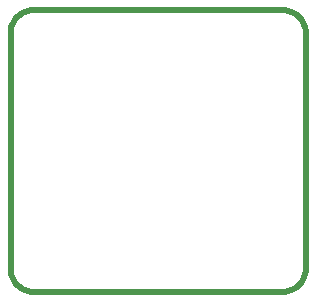
<source format=gko>
G04*
G04 #@! TF.GenerationSoftware,Altium Limited,Altium Designer,23.5.1 (21)*
G04*
G04 Layer_Color=16711935*
%FSLAX44Y44*%
%MOMM*%
G71*
G04*
G04 #@! TF.SameCoordinates,8A31CEE1-4E44-459D-8F00-06555A1585A0*
G04*
G04*
G04 #@! TF.FilePolarity,Positive*
G04*
G01*
G75*
%ADD58C,0.5080*%
D58*
X235000Y6690D02*
X237610Y6861D01*
X240176Y7372D01*
X242654Y8212D01*
X245000Y9370D01*
X247175Y10823D01*
X249142Y12548D01*
X250867Y14515D01*
X252320Y16690D01*
X253478Y19036D01*
X254319Y21514D01*
X254829Y24079D01*
X255000Y26690D01*
X25000Y245310D02*
X22389Y245139D01*
X19824Y244629D01*
X17346Y243788D01*
X15000Y242631D01*
X12825Y241177D01*
X10858Y239452D01*
X9133Y237485D01*
X7679Y235310D01*
X6522Y232964D01*
X5681Y230486D01*
X5171Y227920D01*
X5000Y225310D01*
Y26690D02*
X5171Y24079D01*
X5681Y21514D01*
X6522Y19036D01*
X7679Y16690D01*
X9133Y14515D01*
X10858Y12548D01*
X12825Y10823D01*
X15000Y9370D01*
X17346Y8212D01*
X19824Y7372D01*
X22389Y6861D01*
X25000Y6690D01*
X255000Y225310D02*
X254829Y227920D01*
X254319Y230486D01*
X253478Y232964D01*
X252320Y235310D01*
X250867Y237485D01*
X249142Y239452D01*
X247175Y241177D01*
X245000Y242631D01*
X242654Y243788D01*
X240176Y244629D01*
X237610Y245139D01*
X235000Y245310D01*
X25000Y6690D02*
X235000D01*
X5000Y26690D02*
Y225310D01*
X255000Y225250D02*
X255000Y26690D01*
X25000Y245310D02*
X235000D01*
M02*

</source>
